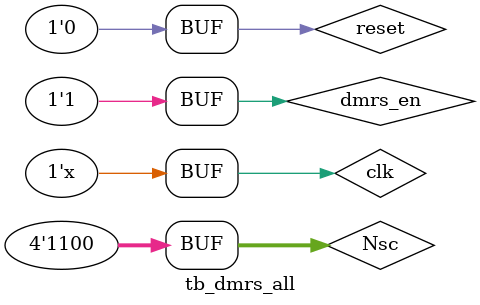
<source format=v>
`timescale 1ns / 1ps


module tb_dmrs_all;

	// Inputs
	reg clk,reset,dmrs_en;
	reg [3:0] Nsc;

	// Outputs
	wire [31:0] real_part;
	wire [31:0] img_part;
	wire dmrs_done;

	// Instantiate the Unit Under Test (UUT)
	dmrs_all uut (
		.clk(clk), 
		.reset(reset),
		.dmrs_en(dmrs_en),
		.Nsc(Nsc), 
		.real_part(real_part), 
		.img_part(img_part),
		.dmrs_done(dmrs_done)
	);
   always #5 clk=~clk;
	initial begin
		// Initialize Inputs
		clk = 1;
		reset=1;#3;
		reset=0;		
	end
	initial begin
	 Nsc=4'd12;
	 dmrs_en=0;#5;
	 dmrs_en=1;
	end
      
endmodule



</source>
